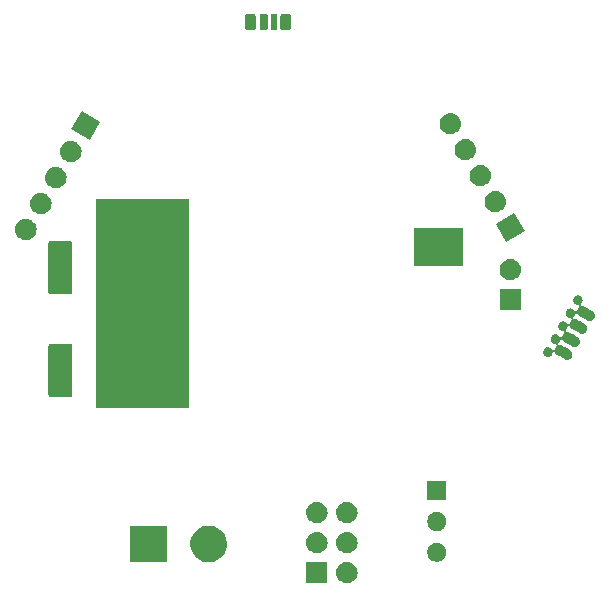
<source format=gbr>
G04 #@! TF.GenerationSoftware,KiCad,Pcbnew,5.0.2+dfsg1-1*
G04 #@! TF.CreationDate,2021-02-26T15:03:44+01:00*
G04 #@! TF.ProjectId,KiCAD_Board,4b694341-445f-4426-9f61-72642e6b6963,rev?*
G04 #@! TF.SameCoordinates,Original*
G04 #@! TF.FileFunction,Soldermask,Bot*
G04 #@! TF.FilePolarity,Negative*
%FSLAX46Y46*%
G04 Gerber Fmt 4.6, Leading zero omitted, Abs format (unit mm)*
G04 Created by KiCad (PCBNEW 5.0.2+dfsg1-1) date Fri 26 Feb 2021 15:03:44 CET*
%MOMM*%
%LPD*%
G01*
G04 APERTURE LIST*
%ADD10C,0.100000*%
G04 APERTURE END LIST*
D10*
G36*
X155177442Y-127375518D02*
X155243627Y-127382037D01*
X155356853Y-127416384D01*
X155413467Y-127433557D01*
X155552087Y-127507652D01*
X155569991Y-127517222D01*
X155605729Y-127546552D01*
X155707186Y-127629814D01*
X155790448Y-127731271D01*
X155819778Y-127767009D01*
X155819779Y-127767011D01*
X155903443Y-127923533D01*
X155903443Y-127923534D01*
X155954963Y-128093373D01*
X155972359Y-128270000D01*
X155954963Y-128446627D01*
X155920616Y-128559853D01*
X155903443Y-128616467D01*
X155829348Y-128755087D01*
X155819778Y-128772991D01*
X155790448Y-128808729D01*
X155707186Y-128910186D01*
X155605729Y-128993448D01*
X155569991Y-129022778D01*
X155569989Y-129022779D01*
X155413467Y-129106443D01*
X155356853Y-129123616D01*
X155243627Y-129157963D01*
X155177442Y-129164482D01*
X155111260Y-129171000D01*
X155022740Y-129171000D01*
X154956558Y-129164482D01*
X154890373Y-129157963D01*
X154777147Y-129123616D01*
X154720533Y-129106443D01*
X154564011Y-129022779D01*
X154564009Y-129022778D01*
X154528271Y-128993448D01*
X154426814Y-128910186D01*
X154343552Y-128808729D01*
X154314222Y-128772991D01*
X154304652Y-128755087D01*
X154230557Y-128616467D01*
X154213384Y-128559853D01*
X154179037Y-128446627D01*
X154161641Y-128270000D01*
X154179037Y-128093373D01*
X154230557Y-127923534D01*
X154230557Y-127923533D01*
X154314221Y-127767011D01*
X154314222Y-127767009D01*
X154343552Y-127731271D01*
X154426814Y-127629814D01*
X154528271Y-127546552D01*
X154564009Y-127517222D01*
X154581913Y-127507652D01*
X154720533Y-127433557D01*
X154777147Y-127416384D01*
X154890373Y-127382037D01*
X154956558Y-127375518D01*
X155022740Y-127369000D01*
X155111260Y-127369000D01*
X155177442Y-127375518D01*
X155177442Y-127375518D01*
G37*
G36*
X153428000Y-129171000D02*
X151626000Y-129171000D01*
X151626000Y-127369000D01*
X153428000Y-127369000D01*
X153428000Y-129171000D01*
X153428000Y-129171000D01*
G37*
G36*
X143735527Y-124345736D02*
X143835410Y-124365604D01*
X144117674Y-124482521D01*
X144371705Y-124652259D01*
X144587741Y-124868295D01*
X144757479Y-125122326D01*
X144865674Y-125383533D01*
X144874396Y-125404591D01*
X144934000Y-125704238D01*
X144934000Y-126009762D01*
X144920731Y-126076467D01*
X144874396Y-126309410D01*
X144757479Y-126591674D01*
X144587741Y-126845705D01*
X144371705Y-127061741D01*
X144117674Y-127231479D01*
X143835410Y-127348396D01*
X143735527Y-127368264D01*
X143535762Y-127408000D01*
X143230238Y-127408000D01*
X143030473Y-127368264D01*
X142930590Y-127348396D01*
X142648326Y-127231479D01*
X142394295Y-127061741D01*
X142178259Y-126845705D01*
X142008521Y-126591674D01*
X141891604Y-126309410D01*
X141845269Y-126076467D01*
X141832000Y-126009762D01*
X141832000Y-125704238D01*
X141891604Y-125404591D01*
X141900326Y-125383533D01*
X142008521Y-125122326D01*
X142178259Y-124868295D01*
X142394295Y-124652259D01*
X142648326Y-124482521D01*
X142930590Y-124365604D01*
X143030473Y-124345736D01*
X143230238Y-124306000D01*
X143535762Y-124306000D01*
X143735527Y-124345736D01*
X143735527Y-124345736D01*
G37*
G36*
X139854000Y-127408000D02*
X136752000Y-127408000D01*
X136752000Y-124306000D01*
X139854000Y-124306000D01*
X139854000Y-127408000D01*
X139854000Y-127408000D01*
G37*
G36*
X162920643Y-125781781D02*
X163066415Y-125842162D01*
X163197611Y-125929824D01*
X163309176Y-126041389D01*
X163396838Y-126172585D01*
X163457219Y-126318357D01*
X163488000Y-126473107D01*
X163488000Y-126630893D01*
X163457219Y-126785643D01*
X163396838Y-126931415D01*
X163309176Y-127062611D01*
X163197611Y-127174176D01*
X163066415Y-127261838D01*
X162920643Y-127322219D01*
X162765893Y-127353000D01*
X162608107Y-127353000D01*
X162453357Y-127322219D01*
X162307585Y-127261838D01*
X162176389Y-127174176D01*
X162064824Y-127062611D01*
X161977162Y-126931415D01*
X161916781Y-126785643D01*
X161886000Y-126630893D01*
X161886000Y-126473107D01*
X161916781Y-126318357D01*
X161977162Y-126172585D01*
X162064824Y-126041389D01*
X162176389Y-125929824D01*
X162307585Y-125842162D01*
X162453357Y-125781781D01*
X162608107Y-125751000D01*
X162765893Y-125751000D01*
X162920643Y-125781781D01*
X162920643Y-125781781D01*
G37*
G36*
X155177443Y-124835519D02*
X155243627Y-124842037D01*
X155330188Y-124868295D01*
X155413467Y-124893557D01*
X155552087Y-124967652D01*
X155569991Y-124977222D01*
X155605729Y-125006552D01*
X155707186Y-125089814D01*
X155790448Y-125191271D01*
X155819778Y-125227009D01*
X155819779Y-125227011D01*
X155903443Y-125383533D01*
X155903443Y-125383534D01*
X155954963Y-125553373D01*
X155972359Y-125730000D01*
X155954963Y-125906627D01*
X155947926Y-125929824D01*
X155903443Y-126076467D01*
X155852066Y-126172585D01*
X155819778Y-126232991D01*
X155790448Y-126268729D01*
X155707186Y-126370186D01*
X155605729Y-126453448D01*
X155569991Y-126482778D01*
X155569989Y-126482779D01*
X155413467Y-126566443D01*
X155356853Y-126583616D01*
X155243627Y-126617963D01*
X155177442Y-126624482D01*
X155111260Y-126631000D01*
X155022740Y-126631000D01*
X154956558Y-126624482D01*
X154890373Y-126617963D01*
X154777147Y-126583616D01*
X154720533Y-126566443D01*
X154564011Y-126482779D01*
X154564009Y-126482778D01*
X154528271Y-126453448D01*
X154426814Y-126370186D01*
X154343552Y-126268729D01*
X154314222Y-126232991D01*
X154281934Y-126172585D01*
X154230557Y-126076467D01*
X154186074Y-125929824D01*
X154179037Y-125906627D01*
X154161641Y-125730000D01*
X154179037Y-125553373D01*
X154230557Y-125383534D01*
X154230557Y-125383533D01*
X154314221Y-125227011D01*
X154314222Y-125227009D01*
X154343552Y-125191271D01*
X154426814Y-125089814D01*
X154528271Y-125006552D01*
X154564009Y-124977222D01*
X154581913Y-124967652D01*
X154720533Y-124893557D01*
X154803812Y-124868295D01*
X154890373Y-124842037D01*
X154956557Y-124835519D01*
X155022740Y-124829000D01*
X155111260Y-124829000D01*
X155177443Y-124835519D01*
X155177443Y-124835519D01*
G37*
G36*
X152637443Y-124835519D02*
X152703627Y-124842037D01*
X152790188Y-124868295D01*
X152873467Y-124893557D01*
X153012087Y-124967652D01*
X153029991Y-124977222D01*
X153065729Y-125006552D01*
X153167186Y-125089814D01*
X153250448Y-125191271D01*
X153279778Y-125227009D01*
X153279779Y-125227011D01*
X153363443Y-125383533D01*
X153363443Y-125383534D01*
X153414963Y-125553373D01*
X153432359Y-125730000D01*
X153414963Y-125906627D01*
X153407926Y-125929824D01*
X153363443Y-126076467D01*
X153312066Y-126172585D01*
X153279778Y-126232991D01*
X153250448Y-126268729D01*
X153167186Y-126370186D01*
X153065729Y-126453448D01*
X153029991Y-126482778D01*
X153029989Y-126482779D01*
X152873467Y-126566443D01*
X152816853Y-126583616D01*
X152703627Y-126617963D01*
X152637442Y-126624482D01*
X152571260Y-126631000D01*
X152482740Y-126631000D01*
X152416558Y-126624482D01*
X152350373Y-126617963D01*
X152237147Y-126583616D01*
X152180533Y-126566443D01*
X152024011Y-126482779D01*
X152024009Y-126482778D01*
X151988271Y-126453448D01*
X151886814Y-126370186D01*
X151803552Y-126268729D01*
X151774222Y-126232991D01*
X151741934Y-126172585D01*
X151690557Y-126076467D01*
X151646074Y-125929824D01*
X151639037Y-125906627D01*
X151621641Y-125730000D01*
X151639037Y-125553373D01*
X151690557Y-125383534D01*
X151690557Y-125383533D01*
X151774221Y-125227011D01*
X151774222Y-125227009D01*
X151803552Y-125191271D01*
X151886814Y-125089814D01*
X151988271Y-125006552D01*
X152024009Y-124977222D01*
X152041913Y-124967652D01*
X152180533Y-124893557D01*
X152263812Y-124868295D01*
X152350373Y-124842037D01*
X152416557Y-124835519D01*
X152482740Y-124829000D01*
X152571260Y-124829000D01*
X152637443Y-124835519D01*
X152637443Y-124835519D01*
G37*
G36*
X162920643Y-123181781D02*
X163066415Y-123242162D01*
X163197611Y-123329824D01*
X163309176Y-123441389D01*
X163396838Y-123572585D01*
X163457219Y-123718357D01*
X163488000Y-123873107D01*
X163488000Y-124030893D01*
X163457219Y-124185643D01*
X163396838Y-124331415D01*
X163309176Y-124462611D01*
X163197611Y-124574176D01*
X163066415Y-124661838D01*
X162920643Y-124722219D01*
X162765893Y-124753000D01*
X162608107Y-124753000D01*
X162453357Y-124722219D01*
X162307585Y-124661838D01*
X162176389Y-124574176D01*
X162064824Y-124462611D01*
X161977162Y-124331415D01*
X161916781Y-124185643D01*
X161886000Y-124030893D01*
X161886000Y-123873107D01*
X161916781Y-123718357D01*
X161977162Y-123572585D01*
X162064824Y-123441389D01*
X162176389Y-123329824D01*
X162307585Y-123242162D01*
X162453357Y-123181781D01*
X162608107Y-123151000D01*
X162765893Y-123151000D01*
X162920643Y-123181781D01*
X162920643Y-123181781D01*
G37*
G36*
X152637443Y-122295519D02*
X152703627Y-122302037D01*
X152816853Y-122336384D01*
X152873467Y-122353557D01*
X153012087Y-122427652D01*
X153029991Y-122437222D01*
X153065729Y-122466552D01*
X153167186Y-122549814D01*
X153250448Y-122651271D01*
X153279778Y-122687009D01*
X153279779Y-122687011D01*
X153363443Y-122843533D01*
X153363443Y-122843534D01*
X153414963Y-123013373D01*
X153432359Y-123190000D01*
X153414963Y-123366627D01*
X153392284Y-123441389D01*
X153363443Y-123536467D01*
X153344137Y-123572585D01*
X153279778Y-123692991D01*
X153250448Y-123728729D01*
X153167186Y-123830186D01*
X153065729Y-123913448D01*
X153029991Y-123942778D01*
X153029989Y-123942779D01*
X152873467Y-124026443D01*
X152816853Y-124043616D01*
X152703627Y-124077963D01*
X152637442Y-124084482D01*
X152571260Y-124091000D01*
X152482740Y-124091000D01*
X152416558Y-124084482D01*
X152350373Y-124077963D01*
X152237147Y-124043616D01*
X152180533Y-124026443D01*
X152024011Y-123942779D01*
X152024009Y-123942778D01*
X151988271Y-123913448D01*
X151886814Y-123830186D01*
X151803552Y-123728729D01*
X151774222Y-123692991D01*
X151709863Y-123572585D01*
X151690557Y-123536467D01*
X151661716Y-123441389D01*
X151639037Y-123366627D01*
X151621641Y-123190000D01*
X151639037Y-123013373D01*
X151690557Y-122843534D01*
X151690557Y-122843533D01*
X151774221Y-122687011D01*
X151774222Y-122687009D01*
X151803552Y-122651271D01*
X151886814Y-122549814D01*
X151988271Y-122466552D01*
X152024009Y-122437222D01*
X152041913Y-122427652D01*
X152180533Y-122353557D01*
X152237147Y-122336384D01*
X152350373Y-122302037D01*
X152416557Y-122295519D01*
X152482740Y-122289000D01*
X152571260Y-122289000D01*
X152637443Y-122295519D01*
X152637443Y-122295519D01*
G37*
G36*
X155177443Y-122295519D02*
X155243627Y-122302037D01*
X155356853Y-122336384D01*
X155413467Y-122353557D01*
X155552087Y-122427652D01*
X155569991Y-122437222D01*
X155605729Y-122466552D01*
X155707186Y-122549814D01*
X155790448Y-122651271D01*
X155819778Y-122687009D01*
X155819779Y-122687011D01*
X155903443Y-122843533D01*
X155903443Y-122843534D01*
X155954963Y-123013373D01*
X155972359Y-123190000D01*
X155954963Y-123366627D01*
X155932284Y-123441389D01*
X155903443Y-123536467D01*
X155884137Y-123572585D01*
X155819778Y-123692991D01*
X155790448Y-123728729D01*
X155707186Y-123830186D01*
X155605729Y-123913448D01*
X155569991Y-123942778D01*
X155569989Y-123942779D01*
X155413467Y-124026443D01*
X155356853Y-124043616D01*
X155243627Y-124077963D01*
X155177442Y-124084482D01*
X155111260Y-124091000D01*
X155022740Y-124091000D01*
X154956558Y-124084482D01*
X154890373Y-124077963D01*
X154777147Y-124043616D01*
X154720533Y-124026443D01*
X154564011Y-123942779D01*
X154564009Y-123942778D01*
X154528271Y-123913448D01*
X154426814Y-123830186D01*
X154343552Y-123728729D01*
X154314222Y-123692991D01*
X154249863Y-123572585D01*
X154230557Y-123536467D01*
X154201716Y-123441389D01*
X154179037Y-123366627D01*
X154161641Y-123190000D01*
X154179037Y-123013373D01*
X154230557Y-122843534D01*
X154230557Y-122843533D01*
X154314221Y-122687011D01*
X154314222Y-122687009D01*
X154343552Y-122651271D01*
X154426814Y-122549814D01*
X154528271Y-122466552D01*
X154564009Y-122437222D01*
X154581913Y-122427652D01*
X154720533Y-122353557D01*
X154777147Y-122336384D01*
X154890373Y-122302037D01*
X154956557Y-122295519D01*
X155022740Y-122289000D01*
X155111260Y-122289000D01*
X155177443Y-122295519D01*
X155177443Y-122295519D01*
G37*
G36*
X163488000Y-122153000D02*
X161886000Y-122153000D01*
X161886000Y-120551000D01*
X163488000Y-120551000D01*
X163488000Y-122153000D01*
X163488000Y-122153000D01*
G37*
G36*
X141732000Y-114300000D02*
X133858000Y-114300000D01*
X133858000Y-96647000D01*
X141732000Y-96647000D01*
X141732000Y-114300000D01*
X141732000Y-114300000D01*
G37*
G36*
X131672987Y-108909885D02*
X131705013Y-108919600D01*
X131734530Y-108935377D01*
X131760395Y-108956605D01*
X131781623Y-108982470D01*
X131797400Y-109011987D01*
X131807115Y-109044013D01*
X131811000Y-109083456D01*
X131811000Y-113230544D01*
X131807115Y-113269987D01*
X131797400Y-113302013D01*
X131781623Y-113331530D01*
X131760395Y-113357395D01*
X131734530Y-113378623D01*
X131705013Y-113394400D01*
X131672987Y-113404115D01*
X131633544Y-113408000D01*
X129986456Y-113408000D01*
X129947013Y-113404115D01*
X129914987Y-113394400D01*
X129885470Y-113378623D01*
X129859605Y-113357395D01*
X129838377Y-113331530D01*
X129822600Y-113302013D01*
X129812885Y-113269987D01*
X129809000Y-113230544D01*
X129809000Y-109083456D01*
X129812885Y-109044013D01*
X129822600Y-109011987D01*
X129838377Y-108982470D01*
X129859605Y-108956605D01*
X129885470Y-108935377D01*
X129914987Y-108919600D01*
X129947013Y-108909885D01*
X129986456Y-108906000D01*
X131633544Y-108906000D01*
X131672987Y-108909885D01*
X131672987Y-108909885D01*
G37*
G36*
X174691335Y-104808183D02*
X174742983Y-104818456D01*
X174815961Y-104848685D01*
X174881641Y-104892571D01*
X174937491Y-104948421D01*
X174937493Y-104948424D01*
X174981377Y-105014101D01*
X175011606Y-105087079D01*
X175027016Y-105164551D01*
X175027016Y-105243541D01*
X175011606Y-105321013D01*
X174981377Y-105393991D01*
X174937491Y-105459671D01*
X174905762Y-105491400D01*
X174890216Y-105510342D01*
X174878665Y-105531953D01*
X174871552Y-105555402D01*
X174869150Y-105579788D01*
X174871552Y-105604174D01*
X174878665Y-105627623D01*
X174890216Y-105649234D01*
X174905762Y-105668176D01*
X174924704Y-105683722D01*
X174946315Y-105695273D01*
X174969764Y-105702386D01*
X174990059Y-105704721D01*
X175004484Y-105705193D01*
X175064818Y-105707168D01*
X175118163Y-105719607D01*
X175151335Y-105727341D01*
X175181658Y-105741080D01*
X175211980Y-105754819D01*
X175390123Y-105857670D01*
X175856573Y-106126975D01*
X175897112Y-106156025D01*
X175910686Y-106165752D01*
X175971417Y-106230592D01*
X175992441Y-106264403D01*
X176018329Y-106306033D01*
X176049624Y-106389183D01*
X176064095Y-106476831D01*
X176064095Y-106476833D01*
X176061189Y-106565625D01*
X176049589Y-106615374D01*
X176041016Y-106652142D01*
X176004351Y-106733063D01*
X175982259Y-106763892D01*
X175952604Y-106805276D01*
X175887764Y-106866006D01*
X175862865Y-106881489D01*
X175812322Y-106912919D01*
X175729173Y-106944213D01*
X175641524Y-106958684D01*
X175641523Y-106958684D01*
X175552731Y-106955778D01*
X175499386Y-106943339D01*
X175466214Y-106935605D01*
X175434274Y-106921133D01*
X175405569Y-106908127D01*
X174926966Y-106631805D01*
X174760984Y-106535975D01*
X174706860Y-106497191D01*
X174675619Y-106463834D01*
X174646133Y-106432353D01*
X174607233Y-106369796D01*
X174592315Y-106350356D01*
X174573892Y-106334199D01*
X174552670Y-106321947D01*
X174529466Y-106314071D01*
X174505172Y-106310873D01*
X174480720Y-106312476D01*
X174457050Y-106318818D01*
X174435073Y-106329656D01*
X174415633Y-106344574D01*
X174399476Y-106362997D01*
X174387224Y-106384219D01*
X174378485Y-106411420D01*
X174376606Y-106420866D01*
X174371847Y-106432354D01*
X174346377Y-106493844D01*
X174302491Y-106559524D01*
X174270763Y-106591252D01*
X174255217Y-106610194D01*
X174243666Y-106631805D01*
X174236553Y-106655254D01*
X174234151Y-106679640D01*
X174236553Y-106704026D01*
X174243666Y-106727475D01*
X174255217Y-106749086D01*
X174270763Y-106768028D01*
X174289705Y-106783574D01*
X174311316Y-106795125D01*
X174334765Y-106802238D01*
X174355060Y-106804573D01*
X174370989Y-106805095D01*
X174429818Y-106807020D01*
X174483163Y-106819459D01*
X174516335Y-106827193D01*
X174546658Y-106840933D01*
X174576980Y-106854671D01*
X174833462Y-107002751D01*
X175221573Y-107226827D01*
X175262112Y-107255877D01*
X175275686Y-107265604D01*
X175336417Y-107330444D01*
X175357441Y-107364255D01*
X175383329Y-107405885D01*
X175414624Y-107489035D01*
X175429095Y-107576683D01*
X175429095Y-107576685D01*
X175426189Y-107665477D01*
X175414589Y-107715226D01*
X175406016Y-107751994D01*
X175369351Y-107832915D01*
X175347259Y-107863744D01*
X175317604Y-107905128D01*
X175252764Y-107965858D01*
X175227865Y-107981341D01*
X175177322Y-108012771D01*
X175094173Y-108044065D01*
X175006524Y-108058536D01*
X175006523Y-108058536D01*
X174917731Y-108055630D01*
X174864386Y-108043191D01*
X174831214Y-108035457D01*
X174799274Y-108020985D01*
X174770569Y-108007979D01*
X174291966Y-107731657D01*
X174125984Y-107635827D01*
X174071860Y-107597043D01*
X174040619Y-107563686D01*
X174011133Y-107532205D01*
X173972233Y-107469648D01*
X173957315Y-107450208D01*
X173938892Y-107434051D01*
X173917670Y-107421799D01*
X173894466Y-107413923D01*
X173870172Y-107410725D01*
X173845720Y-107412328D01*
X173822050Y-107418670D01*
X173800073Y-107429508D01*
X173780633Y-107444426D01*
X173764476Y-107462849D01*
X173752224Y-107484071D01*
X173743485Y-107511272D01*
X173741606Y-107520718D01*
X173736847Y-107532206D01*
X173711377Y-107593696D01*
X173667491Y-107659376D01*
X173635763Y-107691104D01*
X173620217Y-107710046D01*
X173608666Y-107731657D01*
X173601553Y-107755106D01*
X173599151Y-107779492D01*
X173601553Y-107803878D01*
X173608666Y-107827327D01*
X173620217Y-107848938D01*
X173635763Y-107867880D01*
X173654705Y-107883426D01*
X173676316Y-107894977D01*
X173699765Y-107902090D01*
X173720060Y-107904425D01*
X173735989Y-107904947D01*
X173794818Y-107906872D01*
X173848163Y-107919311D01*
X173881335Y-107927045D01*
X173911658Y-107940785D01*
X173941980Y-107954523D01*
X174198462Y-108102603D01*
X174586573Y-108326679D01*
X174627112Y-108355729D01*
X174640686Y-108365456D01*
X174701417Y-108430296D01*
X174722441Y-108464107D01*
X174748329Y-108505737D01*
X174779624Y-108588887D01*
X174794095Y-108676535D01*
X174794095Y-108676537D01*
X174791189Y-108765329D01*
X174779589Y-108815078D01*
X174771016Y-108851846D01*
X174734351Y-108932767D01*
X174712259Y-108963596D01*
X174682604Y-109004980D01*
X174617764Y-109065710D01*
X174592865Y-109081193D01*
X174542322Y-109112623D01*
X174459173Y-109143917D01*
X174371524Y-109158388D01*
X174371523Y-109158388D01*
X174282731Y-109155482D01*
X174229386Y-109143043D01*
X174196214Y-109135309D01*
X174158079Y-109118030D01*
X174135569Y-109107831D01*
X173656966Y-108831509D01*
X173490984Y-108735679D01*
X173436860Y-108696895D01*
X173405619Y-108663538D01*
X173376133Y-108632057D01*
X173337233Y-108569500D01*
X173322315Y-108550060D01*
X173303892Y-108533903D01*
X173282670Y-108521651D01*
X173259466Y-108513775D01*
X173235172Y-108510577D01*
X173210720Y-108512180D01*
X173187050Y-108518522D01*
X173165073Y-108529360D01*
X173145633Y-108544278D01*
X173129476Y-108562701D01*
X173117224Y-108583923D01*
X173108485Y-108611124D01*
X173106606Y-108620570D01*
X173101847Y-108632058D01*
X173076377Y-108693548D01*
X173032491Y-108759228D01*
X173000763Y-108790956D01*
X172985217Y-108809898D01*
X172973666Y-108831509D01*
X172966553Y-108854958D01*
X172964151Y-108879344D01*
X172966553Y-108903730D01*
X172973666Y-108927179D01*
X172985217Y-108948790D01*
X173000763Y-108967732D01*
X173019705Y-108983278D01*
X173041316Y-108994829D01*
X173064765Y-109001942D01*
X173085060Y-109004277D01*
X173100989Y-109004799D01*
X173159818Y-109006724D01*
X173213163Y-109019163D01*
X173246335Y-109026897D01*
X173276658Y-109040636D01*
X173306980Y-109054375D01*
X173679135Y-109269239D01*
X173951573Y-109426531D01*
X173982187Y-109448469D01*
X174005686Y-109465308D01*
X174066417Y-109530148D01*
X174093263Y-109573321D01*
X174113329Y-109605589D01*
X174144624Y-109688739D01*
X174159095Y-109776387D01*
X174159095Y-109776389D01*
X174156189Y-109865181D01*
X174144588Y-109914931D01*
X174136016Y-109951698D01*
X174099351Y-110032619D01*
X174059031Y-110088886D01*
X174047604Y-110104832D01*
X173982764Y-110165562D01*
X173945043Y-110189018D01*
X173907322Y-110212475D01*
X173824173Y-110243769D01*
X173736524Y-110258240D01*
X173736523Y-110258240D01*
X173647731Y-110255334D01*
X173594386Y-110242895D01*
X173561214Y-110235161D01*
X173530891Y-110221421D01*
X173500569Y-110207683D01*
X173106078Y-109979923D01*
X172855984Y-109835531D01*
X172801860Y-109796747D01*
X172770619Y-109763390D01*
X172741133Y-109731909D01*
X172702233Y-109669352D01*
X172687315Y-109649912D01*
X172668892Y-109633755D01*
X172647670Y-109621503D01*
X172624466Y-109613627D01*
X172600172Y-109610429D01*
X172575720Y-109612032D01*
X172552050Y-109618374D01*
X172530073Y-109629212D01*
X172510633Y-109644130D01*
X172494476Y-109662553D01*
X172482224Y-109683775D01*
X172473485Y-109710977D01*
X172471607Y-109720421D01*
X172441377Y-109793401D01*
X172397491Y-109859081D01*
X172341641Y-109914931D01*
X172341638Y-109914933D01*
X172275961Y-109958817D01*
X172202983Y-109989046D01*
X172151335Y-109999319D01*
X172125512Y-110004456D01*
X172046520Y-110004456D01*
X172020697Y-109999319D01*
X171969049Y-109989046D01*
X171896071Y-109958817D01*
X171830394Y-109914933D01*
X171830391Y-109914931D01*
X171774541Y-109859081D01*
X171730655Y-109793401D01*
X171723608Y-109776389D01*
X171700426Y-109720423D01*
X171687704Y-109656466D01*
X171685016Y-109642952D01*
X171685016Y-109563960D01*
X171700426Y-109486491D01*
X171700426Y-109486489D01*
X171730655Y-109413511D01*
X171774539Y-109347834D01*
X171774541Y-109347831D01*
X171830391Y-109291981D01*
X171896071Y-109248095D01*
X171969049Y-109217866D01*
X172020697Y-109207593D01*
X172046520Y-109202456D01*
X172125512Y-109202456D01*
X172151335Y-109207593D01*
X172202983Y-109217866D01*
X172275961Y-109248095D01*
X172341641Y-109291981D01*
X172397491Y-109347831D01*
X172433973Y-109402430D01*
X172449519Y-109421372D01*
X172468461Y-109436918D01*
X172490072Y-109448469D01*
X172513521Y-109455582D01*
X172537907Y-109457984D01*
X172562293Y-109455582D01*
X172585742Y-109448469D01*
X172607353Y-109436918D01*
X172626295Y-109421372D01*
X172641841Y-109402430D01*
X172653392Y-109380819D01*
X172659640Y-109361373D01*
X172666194Y-109333265D01*
X172671534Y-109310361D01*
X172708200Y-109229436D01*
X172759944Y-109157226D01*
X172798798Y-109120837D01*
X172814955Y-109102414D01*
X172827207Y-109081193D01*
X172835084Y-109057989D01*
X172838283Y-109033694D01*
X172836681Y-109009243D01*
X172830339Y-108985573D01*
X172819501Y-108963596D01*
X172804584Y-108944155D01*
X172786161Y-108927998D01*
X172764940Y-108915746D01*
X172741736Y-108907869D01*
X172713350Y-108904603D01*
X172681520Y-108904603D01*
X172655697Y-108899466D01*
X172604049Y-108889193D01*
X172531071Y-108858964D01*
X172465394Y-108815080D01*
X172465391Y-108815078D01*
X172409541Y-108759228D01*
X172365655Y-108693548D01*
X172340185Y-108632058D01*
X172335426Y-108620570D01*
X172320016Y-108543098D01*
X172320016Y-108464108D01*
X172335426Y-108386636D01*
X172365655Y-108313658D01*
X172409539Y-108247981D01*
X172409541Y-108247978D01*
X172465391Y-108192128D01*
X172531071Y-108148242D01*
X172604049Y-108118013D01*
X172655697Y-108107740D01*
X172681520Y-108102603D01*
X172760512Y-108102603D01*
X172786335Y-108107740D01*
X172837983Y-108118013D01*
X172910961Y-108148242D01*
X172976641Y-108192128D01*
X173032491Y-108247978D01*
X173068973Y-108302577D01*
X173084519Y-108321519D01*
X173103461Y-108337065D01*
X173125072Y-108348616D01*
X173148521Y-108355729D01*
X173172907Y-108358131D01*
X173197293Y-108355729D01*
X173220742Y-108348616D01*
X173242353Y-108337065D01*
X173261295Y-108321519D01*
X173276841Y-108302577D01*
X173288392Y-108280966D01*
X173294640Y-108261521D01*
X173300119Y-108238022D01*
X173306534Y-108210508D01*
X173343200Y-108129584D01*
X173394944Y-108057374D01*
X173433798Y-108020985D01*
X173449955Y-108002562D01*
X173462207Y-107981341D01*
X173470084Y-107958137D01*
X173473283Y-107933842D01*
X173471681Y-107909391D01*
X173465339Y-107885721D01*
X173454501Y-107863744D01*
X173439584Y-107844303D01*
X173421161Y-107828146D01*
X173399940Y-107815894D01*
X173376736Y-107808017D01*
X173348350Y-107804751D01*
X173316520Y-107804751D01*
X173290697Y-107799614D01*
X173239049Y-107789341D01*
X173166071Y-107759112D01*
X173100394Y-107715228D01*
X173100391Y-107715226D01*
X173044541Y-107659376D01*
X173000655Y-107593696D01*
X172975185Y-107532206D01*
X172970426Y-107520718D01*
X172955016Y-107443246D01*
X172955016Y-107364256D01*
X172970426Y-107286784D01*
X173000655Y-107213806D01*
X173044539Y-107148129D01*
X173044541Y-107148126D01*
X173100391Y-107092276D01*
X173166071Y-107048390D01*
X173239049Y-107018161D01*
X173290697Y-107007888D01*
X173316520Y-107002751D01*
X173395512Y-107002751D01*
X173421335Y-107007888D01*
X173472983Y-107018161D01*
X173545961Y-107048390D01*
X173611641Y-107092276D01*
X173667491Y-107148126D01*
X173703973Y-107202725D01*
X173719519Y-107221667D01*
X173738461Y-107237213D01*
X173760072Y-107248764D01*
X173783521Y-107255877D01*
X173807907Y-107258279D01*
X173832293Y-107255877D01*
X173855742Y-107248764D01*
X173877353Y-107237213D01*
X173896295Y-107221667D01*
X173911841Y-107202725D01*
X173923392Y-107181114D01*
X173929640Y-107161669D01*
X173935119Y-107138170D01*
X173941534Y-107110656D01*
X173978200Y-107029732D01*
X174029944Y-106957522D01*
X174068798Y-106921133D01*
X174084955Y-106902710D01*
X174097207Y-106881489D01*
X174105084Y-106858285D01*
X174108283Y-106833990D01*
X174106681Y-106809539D01*
X174100339Y-106785869D01*
X174089501Y-106763892D01*
X174074584Y-106744451D01*
X174056161Y-106728294D01*
X174034940Y-106716042D01*
X174011736Y-106708165D01*
X173983350Y-106704899D01*
X173951520Y-106704899D01*
X173925697Y-106699762D01*
X173874049Y-106689489D01*
X173801071Y-106659260D01*
X173735394Y-106615376D01*
X173735391Y-106615374D01*
X173679541Y-106559524D01*
X173635655Y-106493844D01*
X173610185Y-106432354D01*
X173605426Y-106420866D01*
X173590016Y-106343394D01*
X173590016Y-106264404D01*
X173605426Y-106186932D01*
X173635655Y-106113954D01*
X173679539Y-106048277D01*
X173679541Y-106048274D01*
X173735391Y-105992424D01*
X173801071Y-105948538D01*
X173874049Y-105918309D01*
X173925697Y-105908036D01*
X173951520Y-105902899D01*
X174030512Y-105902899D01*
X174056335Y-105908036D01*
X174107983Y-105918309D01*
X174180961Y-105948538D01*
X174246641Y-105992424D01*
X174302491Y-106048274D01*
X174338973Y-106102873D01*
X174354519Y-106121815D01*
X174373461Y-106137361D01*
X174395072Y-106148912D01*
X174418521Y-106156025D01*
X174442907Y-106158427D01*
X174467293Y-106156025D01*
X174490742Y-106148912D01*
X174512353Y-106137361D01*
X174531295Y-106121815D01*
X174546841Y-106102873D01*
X174558392Y-106081262D01*
X174564640Y-106061817D01*
X174570119Y-106038318D01*
X174576534Y-106010804D01*
X174613200Y-105929880D01*
X174664944Y-105857670D01*
X174703799Y-105821280D01*
X174719956Y-105802857D01*
X174732208Y-105781636D01*
X174740085Y-105758432D01*
X174743284Y-105734137D01*
X174741682Y-105709686D01*
X174735340Y-105686016D01*
X174724502Y-105664039D01*
X174709585Y-105644598D01*
X174691162Y-105628441D01*
X174669941Y-105616189D01*
X174646737Y-105608312D01*
X174618351Y-105605046D01*
X174586520Y-105605046D01*
X174560697Y-105599909D01*
X174509049Y-105589636D01*
X174436071Y-105559407D01*
X174370394Y-105515523D01*
X174370391Y-105515521D01*
X174314541Y-105459671D01*
X174270655Y-105393991D01*
X174240426Y-105321013D01*
X174225016Y-105243541D01*
X174225016Y-105164551D01*
X174240426Y-105087079D01*
X174270655Y-105014101D01*
X174314539Y-104948424D01*
X174314541Y-104948421D01*
X174370391Y-104892571D01*
X174436071Y-104848685D01*
X174509049Y-104818456D01*
X174560697Y-104808183D01*
X174586520Y-104803046D01*
X174665512Y-104803046D01*
X174691335Y-104808183D01*
X174691335Y-104808183D01*
G37*
G36*
X169811000Y-106057000D02*
X168009000Y-106057000D01*
X168009000Y-104255000D01*
X169811000Y-104255000D01*
X169811000Y-106057000D01*
X169811000Y-106057000D01*
G37*
G36*
X131672987Y-100209885D02*
X131705013Y-100219600D01*
X131734530Y-100235377D01*
X131760395Y-100256605D01*
X131781623Y-100282470D01*
X131797400Y-100311987D01*
X131807115Y-100344013D01*
X131811000Y-100383456D01*
X131811000Y-104530544D01*
X131807115Y-104569987D01*
X131797400Y-104602013D01*
X131781623Y-104631530D01*
X131760395Y-104657395D01*
X131734530Y-104678623D01*
X131705013Y-104694400D01*
X131672987Y-104704115D01*
X131633544Y-104708000D01*
X129986456Y-104708000D01*
X129947013Y-104704115D01*
X129914987Y-104694400D01*
X129885470Y-104678623D01*
X129859605Y-104657395D01*
X129838377Y-104631530D01*
X129822600Y-104602013D01*
X129812885Y-104569987D01*
X129809000Y-104530544D01*
X129809000Y-100383456D01*
X129812885Y-100344013D01*
X129822600Y-100311987D01*
X129838377Y-100282470D01*
X129859605Y-100256605D01*
X129885470Y-100235377D01*
X129914987Y-100219600D01*
X129947013Y-100209885D01*
X129986456Y-100206000D01*
X131633544Y-100206000D01*
X131672987Y-100209885D01*
X131672987Y-100209885D01*
G37*
G36*
X169020443Y-101721519D02*
X169086627Y-101728037D01*
X169199853Y-101762384D01*
X169256467Y-101779557D01*
X169395087Y-101853652D01*
X169412991Y-101863222D01*
X169448729Y-101892552D01*
X169550186Y-101975814D01*
X169633448Y-102077271D01*
X169662778Y-102113009D01*
X169662779Y-102113011D01*
X169746443Y-102269533D01*
X169746443Y-102269534D01*
X169797963Y-102439373D01*
X169815359Y-102616000D01*
X169797963Y-102792627D01*
X169763616Y-102905853D01*
X169746443Y-102962467D01*
X169672348Y-103101087D01*
X169662778Y-103118991D01*
X169633448Y-103154729D01*
X169550186Y-103256186D01*
X169448729Y-103339448D01*
X169412991Y-103368778D01*
X169412989Y-103368779D01*
X169256467Y-103452443D01*
X169199853Y-103469616D01*
X169086627Y-103503963D01*
X169020443Y-103510481D01*
X168954260Y-103517000D01*
X168865740Y-103517000D01*
X168799558Y-103510482D01*
X168733373Y-103503963D01*
X168620147Y-103469616D01*
X168563533Y-103452443D01*
X168407011Y-103368779D01*
X168407009Y-103368778D01*
X168371271Y-103339448D01*
X168269814Y-103256186D01*
X168186552Y-103154729D01*
X168157222Y-103118991D01*
X168147652Y-103101087D01*
X168073557Y-102962467D01*
X168056384Y-102905853D01*
X168022037Y-102792627D01*
X168004641Y-102616000D01*
X168022037Y-102439373D01*
X168073557Y-102269534D01*
X168073557Y-102269533D01*
X168157221Y-102113011D01*
X168157222Y-102113009D01*
X168186552Y-102077271D01*
X168269814Y-101975814D01*
X168371271Y-101892552D01*
X168407009Y-101863222D01*
X168424913Y-101853652D01*
X168563533Y-101779557D01*
X168620147Y-101762384D01*
X168733373Y-101728037D01*
X168799558Y-101721518D01*
X168865740Y-101715000D01*
X168954260Y-101715000D01*
X169020443Y-101721519D01*
X169020443Y-101721519D01*
G37*
G36*
X164909500Y-102298500D02*
X160718500Y-102298500D01*
X160718500Y-99123500D01*
X164909500Y-99123500D01*
X164909500Y-102298500D01*
X164909500Y-102298500D01*
G37*
G36*
X170140789Y-99389789D02*
X168580211Y-100290789D01*
X167679211Y-98730211D01*
X169239789Y-97829211D01*
X170140789Y-99389789D01*
X170140789Y-99389789D01*
G37*
G36*
X127999442Y-98328336D02*
X128065627Y-98334855D01*
X128178853Y-98369202D01*
X128235467Y-98386375D01*
X128374087Y-98460470D01*
X128391991Y-98470040D01*
X128427729Y-98499370D01*
X128529186Y-98582632D01*
X128612448Y-98684089D01*
X128641778Y-98719827D01*
X128641779Y-98719829D01*
X128725443Y-98876351D01*
X128725443Y-98876352D01*
X128776963Y-99046191D01*
X128794359Y-99222818D01*
X128776963Y-99399445D01*
X128742616Y-99512671D01*
X128725443Y-99569285D01*
X128651348Y-99707905D01*
X128641778Y-99725809D01*
X128612448Y-99761547D01*
X128529186Y-99863004D01*
X128427729Y-99946266D01*
X128391991Y-99975596D01*
X128391989Y-99975597D01*
X128235467Y-100059261D01*
X128178853Y-100076434D01*
X128065627Y-100110781D01*
X127999443Y-100117299D01*
X127933260Y-100123818D01*
X127844740Y-100123818D01*
X127778557Y-100117299D01*
X127712373Y-100110781D01*
X127599147Y-100076434D01*
X127542533Y-100059261D01*
X127386011Y-99975597D01*
X127386009Y-99975596D01*
X127350271Y-99946266D01*
X127248814Y-99863004D01*
X127165552Y-99761547D01*
X127136222Y-99725809D01*
X127126652Y-99707905D01*
X127052557Y-99569285D01*
X127035384Y-99512671D01*
X127001037Y-99399445D01*
X126983641Y-99222818D01*
X127001037Y-99046191D01*
X127052557Y-98876352D01*
X127052557Y-98876351D01*
X127136221Y-98719829D01*
X127136222Y-98719827D01*
X127165552Y-98684089D01*
X127248814Y-98582632D01*
X127350271Y-98499370D01*
X127386009Y-98470040D01*
X127403913Y-98460470D01*
X127542533Y-98386375D01*
X127599147Y-98369202D01*
X127712373Y-98334855D01*
X127778557Y-98328337D01*
X127844740Y-98321818D01*
X127933260Y-98321818D01*
X127999442Y-98328336D01*
X127999442Y-98328336D01*
G37*
G36*
X129269443Y-96128633D02*
X129335627Y-96135151D01*
X129448853Y-96169498D01*
X129505467Y-96186671D01*
X129644087Y-96260766D01*
X129661991Y-96270336D01*
X129697729Y-96299666D01*
X129799186Y-96382928D01*
X129882448Y-96484385D01*
X129911778Y-96520123D01*
X129911779Y-96520125D01*
X129995443Y-96676647D01*
X129997573Y-96683670D01*
X130046963Y-96846487D01*
X130064359Y-97023114D01*
X130046963Y-97199741D01*
X130044833Y-97206762D01*
X129995443Y-97369581D01*
X129925475Y-97500480D01*
X129911778Y-97526105D01*
X129882448Y-97561843D01*
X129799186Y-97663300D01*
X129697729Y-97746562D01*
X129661991Y-97775892D01*
X129661989Y-97775893D01*
X129505467Y-97859557D01*
X129448853Y-97876730D01*
X129335627Y-97911077D01*
X129269443Y-97917595D01*
X129203260Y-97924114D01*
X129114740Y-97924114D01*
X129048557Y-97917595D01*
X128982373Y-97911077D01*
X128869147Y-97876730D01*
X128812533Y-97859557D01*
X128656011Y-97775893D01*
X128656009Y-97775892D01*
X128620271Y-97746562D01*
X128518814Y-97663300D01*
X128435552Y-97561843D01*
X128406222Y-97526105D01*
X128392525Y-97500480D01*
X128322557Y-97369581D01*
X128273167Y-97206762D01*
X128271037Y-97199741D01*
X128253641Y-97023114D01*
X128271037Y-96846487D01*
X128320427Y-96683670D01*
X128322557Y-96676647D01*
X128406221Y-96520125D01*
X128406222Y-96520123D01*
X128435552Y-96484385D01*
X128518814Y-96382928D01*
X128620271Y-96299666D01*
X128656009Y-96270336D01*
X128673913Y-96260766D01*
X128812533Y-96186671D01*
X128869147Y-96169498D01*
X128982373Y-96135151D01*
X129048558Y-96128632D01*
X129114740Y-96122114D01*
X129203260Y-96122114D01*
X129269443Y-96128633D01*
X129269443Y-96128633D01*
G37*
G36*
X167750442Y-95965813D02*
X167816627Y-95972332D01*
X167929853Y-96006679D01*
X167986467Y-96023852D01*
X168125087Y-96097947D01*
X168142991Y-96107517D01*
X168160777Y-96122114D01*
X168280186Y-96220109D01*
X168363448Y-96321566D01*
X168392778Y-96357304D01*
X168392779Y-96357306D01*
X168476443Y-96513828D01*
X168478353Y-96520125D01*
X168527963Y-96683668D01*
X168545359Y-96860295D01*
X168527963Y-97036922D01*
X168493616Y-97150148D01*
X168476443Y-97206762D01*
X168402348Y-97345382D01*
X168392778Y-97363286D01*
X168363448Y-97399024D01*
X168280186Y-97500481D01*
X168178729Y-97583743D01*
X168142991Y-97613073D01*
X168142989Y-97613074D01*
X167986467Y-97696738D01*
X167929853Y-97713911D01*
X167816627Y-97748258D01*
X167750442Y-97754777D01*
X167684260Y-97761295D01*
X167595740Y-97761295D01*
X167529558Y-97754777D01*
X167463373Y-97748258D01*
X167350147Y-97713911D01*
X167293533Y-97696738D01*
X167137011Y-97613074D01*
X167137009Y-97613073D01*
X167101271Y-97583743D01*
X166999814Y-97500481D01*
X166916552Y-97399024D01*
X166887222Y-97363286D01*
X166877652Y-97345382D01*
X166803557Y-97206762D01*
X166786384Y-97150148D01*
X166752037Y-97036922D01*
X166734641Y-96860295D01*
X166752037Y-96683668D01*
X166801647Y-96520125D01*
X166803557Y-96513828D01*
X166887221Y-96357306D01*
X166887222Y-96357304D01*
X166916552Y-96321566D01*
X166999814Y-96220109D01*
X167119223Y-96122114D01*
X167137009Y-96107517D01*
X167154913Y-96097947D01*
X167293533Y-96023852D01*
X167350147Y-96006679D01*
X167463373Y-95972332D01*
X167529557Y-95965814D01*
X167595740Y-95959295D01*
X167684260Y-95959295D01*
X167750442Y-95965813D01*
X167750442Y-95965813D01*
G37*
G36*
X130539442Y-93928927D02*
X130605627Y-93935446D01*
X130718853Y-93969793D01*
X130775467Y-93986966D01*
X130914087Y-94061061D01*
X130931991Y-94070631D01*
X130967729Y-94099961D01*
X131069186Y-94183223D01*
X131152448Y-94284680D01*
X131181778Y-94320418D01*
X131181779Y-94320420D01*
X131265443Y-94476942D01*
X131282616Y-94533556D01*
X131316963Y-94646782D01*
X131334359Y-94823409D01*
X131316963Y-95000036D01*
X131282616Y-95113262D01*
X131265443Y-95169876D01*
X131195474Y-95300776D01*
X131181778Y-95326400D01*
X131152448Y-95362138D01*
X131069186Y-95463595D01*
X130967729Y-95546857D01*
X130931991Y-95576187D01*
X130931989Y-95576188D01*
X130775467Y-95659852D01*
X130718853Y-95677025D01*
X130605627Y-95711372D01*
X130539443Y-95717890D01*
X130473260Y-95724409D01*
X130384740Y-95724409D01*
X130318558Y-95717891D01*
X130252373Y-95711372D01*
X130139147Y-95677025D01*
X130082533Y-95659852D01*
X129926011Y-95576188D01*
X129926009Y-95576187D01*
X129890271Y-95546857D01*
X129788814Y-95463595D01*
X129705552Y-95362138D01*
X129676222Y-95326400D01*
X129662526Y-95300776D01*
X129592557Y-95169876D01*
X129575384Y-95113262D01*
X129541037Y-95000036D01*
X129523641Y-94823409D01*
X129541037Y-94646782D01*
X129575384Y-94533556D01*
X129592557Y-94476942D01*
X129676221Y-94320420D01*
X129676222Y-94320418D01*
X129705552Y-94284680D01*
X129788814Y-94183223D01*
X129890271Y-94099961D01*
X129926009Y-94070631D01*
X129943913Y-94061061D01*
X130082533Y-93986966D01*
X130139147Y-93969793D01*
X130252373Y-93935446D01*
X130318558Y-93928927D01*
X130384740Y-93922409D01*
X130473260Y-93922409D01*
X130539442Y-93928927D01*
X130539442Y-93928927D01*
G37*
G36*
X166480443Y-93766110D02*
X166546627Y-93772628D01*
X166659853Y-93806975D01*
X166716467Y-93824148D01*
X166855087Y-93898243D01*
X166872991Y-93907813D01*
X166890776Y-93922409D01*
X167010186Y-94020405D01*
X167093448Y-94121862D01*
X167122778Y-94157600D01*
X167122779Y-94157602D01*
X167206443Y-94314124D01*
X167206443Y-94314125D01*
X167257963Y-94483964D01*
X167275359Y-94660591D01*
X167257963Y-94837218D01*
X167223616Y-94950444D01*
X167206443Y-95007058D01*
X167132348Y-95145678D01*
X167122778Y-95163582D01*
X167093448Y-95199320D01*
X167010186Y-95300777D01*
X166908729Y-95384039D01*
X166872991Y-95413369D01*
X166872989Y-95413370D01*
X166716467Y-95497034D01*
X166659853Y-95514207D01*
X166546627Y-95548554D01*
X166480443Y-95555072D01*
X166414260Y-95561591D01*
X166325740Y-95561591D01*
X166259557Y-95555072D01*
X166193373Y-95548554D01*
X166080147Y-95514207D01*
X166023533Y-95497034D01*
X165867011Y-95413370D01*
X165867009Y-95413369D01*
X165831271Y-95384039D01*
X165729814Y-95300777D01*
X165646552Y-95199320D01*
X165617222Y-95163582D01*
X165607652Y-95145678D01*
X165533557Y-95007058D01*
X165516384Y-94950444D01*
X165482037Y-94837218D01*
X165464641Y-94660591D01*
X165482037Y-94483964D01*
X165533557Y-94314125D01*
X165533557Y-94314124D01*
X165617221Y-94157602D01*
X165617222Y-94157600D01*
X165646552Y-94121862D01*
X165729814Y-94020405D01*
X165849224Y-93922409D01*
X165867009Y-93907813D01*
X165884913Y-93898243D01*
X166023533Y-93824148D01*
X166080147Y-93806975D01*
X166193373Y-93772628D01*
X166259558Y-93766109D01*
X166325740Y-93759591D01*
X166414260Y-93759591D01*
X166480443Y-93766110D01*
X166480443Y-93766110D01*
G37*
G36*
X131809443Y-91729224D02*
X131875627Y-91735742D01*
X131988853Y-91770089D01*
X132045467Y-91787262D01*
X132184087Y-91861357D01*
X132201991Y-91870927D01*
X132237729Y-91900257D01*
X132339186Y-91983519D01*
X132422448Y-92084976D01*
X132451778Y-92120714D01*
X132451779Y-92120716D01*
X132535443Y-92277238D01*
X132537573Y-92284261D01*
X132586963Y-92447078D01*
X132604359Y-92623705D01*
X132586963Y-92800332D01*
X132584833Y-92807353D01*
X132535443Y-92970172D01*
X132465475Y-93101071D01*
X132451778Y-93126696D01*
X132422448Y-93162434D01*
X132339186Y-93263891D01*
X132237729Y-93347153D01*
X132201991Y-93376483D01*
X132201989Y-93376484D01*
X132045467Y-93460148D01*
X131988853Y-93477321D01*
X131875627Y-93511668D01*
X131809442Y-93518187D01*
X131743260Y-93524705D01*
X131654740Y-93524705D01*
X131588558Y-93518187D01*
X131522373Y-93511668D01*
X131409147Y-93477321D01*
X131352533Y-93460148D01*
X131196011Y-93376484D01*
X131196009Y-93376483D01*
X131160271Y-93347153D01*
X131058814Y-93263891D01*
X130975552Y-93162434D01*
X130946222Y-93126696D01*
X130932525Y-93101071D01*
X130862557Y-92970172D01*
X130813167Y-92807353D01*
X130811037Y-92800332D01*
X130793641Y-92623705D01*
X130811037Y-92447078D01*
X130860427Y-92284261D01*
X130862557Y-92277238D01*
X130946221Y-92120716D01*
X130946222Y-92120714D01*
X130975552Y-92084976D01*
X131058814Y-91983519D01*
X131160271Y-91900257D01*
X131196009Y-91870927D01*
X131213913Y-91861357D01*
X131352533Y-91787262D01*
X131409147Y-91770089D01*
X131522373Y-91735742D01*
X131588557Y-91729224D01*
X131654740Y-91722705D01*
X131743260Y-91722705D01*
X131809443Y-91729224D01*
X131809443Y-91729224D01*
G37*
G36*
X165210442Y-91566404D02*
X165276627Y-91572923D01*
X165389853Y-91607270D01*
X165446467Y-91624443D01*
X165585087Y-91698538D01*
X165602991Y-91708108D01*
X165620777Y-91722705D01*
X165740186Y-91820700D01*
X165823448Y-91922157D01*
X165852778Y-91957895D01*
X165852779Y-91957897D01*
X165936443Y-92114419D01*
X165938353Y-92120716D01*
X165987963Y-92284259D01*
X166005359Y-92460886D01*
X165987963Y-92637513D01*
X165953616Y-92750739D01*
X165936443Y-92807353D01*
X165862348Y-92945973D01*
X165852778Y-92963877D01*
X165823448Y-92999615D01*
X165740186Y-93101072D01*
X165638729Y-93184334D01*
X165602991Y-93213664D01*
X165602989Y-93213665D01*
X165446467Y-93297329D01*
X165389853Y-93314502D01*
X165276627Y-93348849D01*
X165210443Y-93355367D01*
X165144260Y-93361886D01*
X165055740Y-93361886D01*
X164989557Y-93355367D01*
X164923373Y-93348849D01*
X164810147Y-93314502D01*
X164753533Y-93297329D01*
X164597011Y-93213665D01*
X164597009Y-93213664D01*
X164561271Y-93184334D01*
X164459814Y-93101072D01*
X164376552Y-92999615D01*
X164347222Y-92963877D01*
X164337652Y-92945973D01*
X164263557Y-92807353D01*
X164246384Y-92750739D01*
X164212037Y-92637513D01*
X164194641Y-92460886D01*
X164212037Y-92284259D01*
X164261647Y-92120716D01*
X164263557Y-92114419D01*
X164347221Y-91957897D01*
X164347222Y-91957895D01*
X164376552Y-91922157D01*
X164459814Y-91820700D01*
X164579223Y-91722705D01*
X164597009Y-91708108D01*
X164614913Y-91698538D01*
X164753533Y-91624443D01*
X164810147Y-91607270D01*
X164923373Y-91572923D01*
X164989558Y-91566404D01*
X165055740Y-91559886D01*
X165144260Y-91559886D01*
X165210442Y-91566404D01*
X165210442Y-91566404D01*
G37*
G36*
X134199789Y-90094211D02*
X133298789Y-91654789D01*
X131738211Y-90753789D01*
X132639211Y-89193211D01*
X134199789Y-90094211D01*
X134199789Y-90094211D01*
G37*
G36*
X163940442Y-89366700D02*
X164006627Y-89373219D01*
X164119853Y-89407566D01*
X164176467Y-89424739D01*
X164315087Y-89498834D01*
X164332991Y-89508404D01*
X164368729Y-89537734D01*
X164470186Y-89620996D01*
X164553448Y-89722453D01*
X164582778Y-89758191D01*
X164582779Y-89758193D01*
X164666443Y-89914715D01*
X164666443Y-89914716D01*
X164717963Y-90084555D01*
X164735359Y-90261182D01*
X164717963Y-90437809D01*
X164683616Y-90551035D01*
X164666443Y-90607649D01*
X164592348Y-90746269D01*
X164582778Y-90764173D01*
X164553448Y-90799911D01*
X164470186Y-90901368D01*
X164368729Y-90984630D01*
X164332991Y-91013960D01*
X164332989Y-91013961D01*
X164176467Y-91097625D01*
X164119853Y-91114798D01*
X164006627Y-91149145D01*
X163940442Y-91155664D01*
X163874260Y-91162182D01*
X163785740Y-91162182D01*
X163719558Y-91155664D01*
X163653373Y-91149145D01*
X163540147Y-91114798D01*
X163483533Y-91097625D01*
X163327011Y-91013961D01*
X163327009Y-91013960D01*
X163291271Y-90984630D01*
X163189814Y-90901368D01*
X163106552Y-90799911D01*
X163077222Y-90764173D01*
X163067652Y-90746269D01*
X162993557Y-90607649D01*
X162976384Y-90551035D01*
X162942037Y-90437809D01*
X162924641Y-90261182D01*
X162942037Y-90084555D01*
X162993557Y-89914716D01*
X162993557Y-89914715D01*
X163077221Y-89758193D01*
X163077222Y-89758191D01*
X163106552Y-89722453D01*
X163189814Y-89620996D01*
X163291271Y-89537734D01*
X163327009Y-89508404D01*
X163344913Y-89498834D01*
X163483533Y-89424739D01*
X163540147Y-89407566D01*
X163653373Y-89373219D01*
X163719558Y-89366700D01*
X163785740Y-89360182D01*
X163874260Y-89360182D01*
X163940442Y-89366700D01*
X163940442Y-89366700D01*
G37*
G36*
X149111170Y-81011803D02*
X149122879Y-81015355D01*
X149133662Y-81021119D01*
X149143120Y-81028880D01*
X149150881Y-81038338D01*
X149156645Y-81049121D01*
X149160197Y-81060830D01*
X149162000Y-81079138D01*
X149162000Y-82242862D01*
X149160197Y-82261170D01*
X149156645Y-82272879D01*
X149150881Y-82283662D01*
X149143120Y-82293120D01*
X149133662Y-82300881D01*
X149122879Y-82306645D01*
X149111170Y-82310197D01*
X149092862Y-82312000D01*
X148729138Y-82312000D01*
X148710830Y-82310197D01*
X148699121Y-82306645D01*
X148688338Y-82300881D01*
X148678880Y-82293120D01*
X148671119Y-82283662D01*
X148665355Y-82272879D01*
X148661803Y-82261170D01*
X148660000Y-82242862D01*
X148660000Y-81079138D01*
X148661803Y-81060830D01*
X148665355Y-81049121D01*
X148671119Y-81038338D01*
X148678880Y-81028880D01*
X148688338Y-81021119D01*
X148699121Y-81015355D01*
X148710830Y-81011803D01*
X148729138Y-81010000D01*
X149092862Y-81010000D01*
X149111170Y-81011803D01*
X149111170Y-81011803D01*
G37*
G36*
X150205683Y-81013725D02*
X150236144Y-81022966D01*
X150264223Y-81037975D01*
X150288831Y-81058169D01*
X150309025Y-81082777D01*
X150324034Y-81110856D01*
X150333275Y-81141317D01*
X150337000Y-81179140D01*
X150337000Y-82142860D01*
X150333275Y-82180683D01*
X150324034Y-82211144D01*
X150309025Y-82239223D01*
X150288831Y-82263831D01*
X150264223Y-82284025D01*
X150236144Y-82299034D01*
X150205683Y-82308275D01*
X150167860Y-82312000D01*
X149604140Y-82312000D01*
X149566317Y-82308275D01*
X149535856Y-82299034D01*
X149507777Y-82284025D01*
X149483169Y-82263831D01*
X149462975Y-82239223D01*
X149447966Y-82211144D01*
X149438725Y-82180683D01*
X149435000Y-82142860D01*
X149435000Y-81179140D01*
X149438725Y-81141317D01*
X149447966Y-81110856D01*
X149462975Y-81082777D01*
X149483169Y-81058169D01*
X149507777Y-81037975D01*
X149535856Y-81022966D01*
X149566317Y-81013725D01*
X149604140Y-81010000D01*
X150167860Y-81010000D01*
X150205683Y-81013725D01*
X150205683Y-81013725D01*
G37*
G36*
X147230683Y-81013725D02*
X147261144Y-81022966D01*
X147289223Y-81037975D01*
X147313831Y-81058169D01*
X147334025Y-81082777D01*
X147349034Y-81110856D01*
X147358275Y-81141317D01*
X147362000Y-81179140D01*
X147362000Y-82142860D01*
X147358275Y-82180683D01*
X147349034Y-82211144D01*
X147334025Y-82239223D01*
X147313831Y-82263831D01*
X147289223Y-82284025D01*
X147261144Y-82299034D01*
X147230683Y-82308275D01*
X147192860Y-82312000D01*
X146629140Y-82312000D01*
X146591317Y-82308275D01*
X146560856Y-82299034D01*
X146532777Y-82284025D01*
X146508169Y-82263831D01*
X146487975Y-82239223D01*
X146472966Y-82211144D01*
X146463725Y-82180683D01*
X146460000Y-82142860D01*
X146460000Y-81179140D01*
X146463725Y-81141317D01*
X146472966Y-81110856D01*
X146487975Y-81082777D01*
X146508169Y-81058169D01*
X146532777Y-81037975D01*
X146560856Y-81022966D01*
X146591317Y-81013725D01*
X146629140Y-81010000D01*
X147192860Y-81010000D01*
X147230683Y-81013725D01*
X147230683Y-81013725D01*
G37*
G36*
X148295928Y-81012764D02*
X148317011Y-81019160D01*
X148336442Y-81029546D01*
X148353475Y-81043525D01*
X148367454Y-81060558D01*
X148377840Y-81079989D01*
X148384236Y-81101072D01*
X148387000Y-81129140D01*
X148387000Y-82192860D01*
X148384236Y-82220928D01*
X148377840Y-82242011D01*
X148367454Y-82261442D01*
X148353475Y-82278475D01*
X148336442Y-82292454D01*
X148317011Y-82302840D01*
X148295928Y-82309236D01*
X148267860Y-82312000D01*
X147804140Y-82312000D01*
X147776072Y-82309236D01*
X147754989Y-82302840D01*
X147735558Y-82292454D01*
X147718525Y-82278475D01*
X147704546Y-82261442D01*
X147694160Y-82242011D01*
X147687764Y-82220928D01*
X147685000Y-82192860D01*
X147685000Y-81129140D01*
X147687764Y-81101072D01*
X147694160Y-81079989D01*
X147704546Y-81060558D01*
X147718525Y-81043525D01*
X147735558Y-81029546D01*
X147754989Y-81019160D01*
X147776072Y-81012764D01*
X147804140Y-81010000D01*
X148267860Y-81010000D01*
X148295928Y-81012764D01*
X148295928Y-81012764D01*
G37*
M02*

</source>
